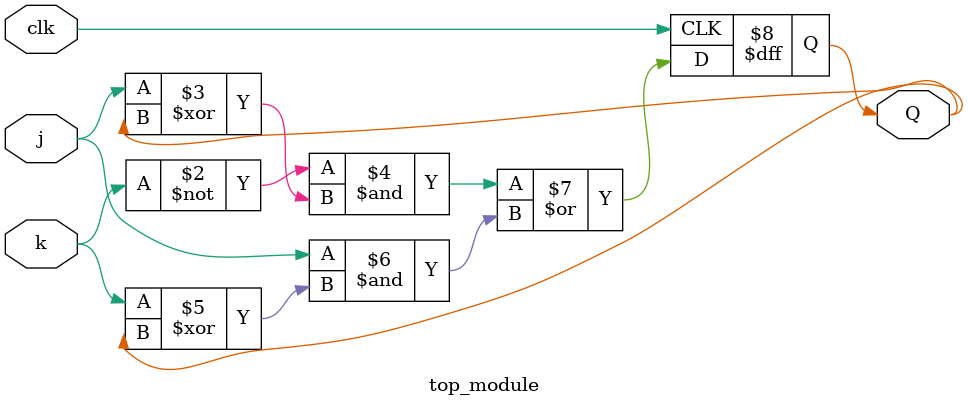
<source format=v>
module top_module (
    input clk,
    input j,
    input k,
    output Q); 
    always @(posedge clk) begin
        Q <= (~k & (j^Q)) | (j & (k^Q));
    end
endmodule

</source>
